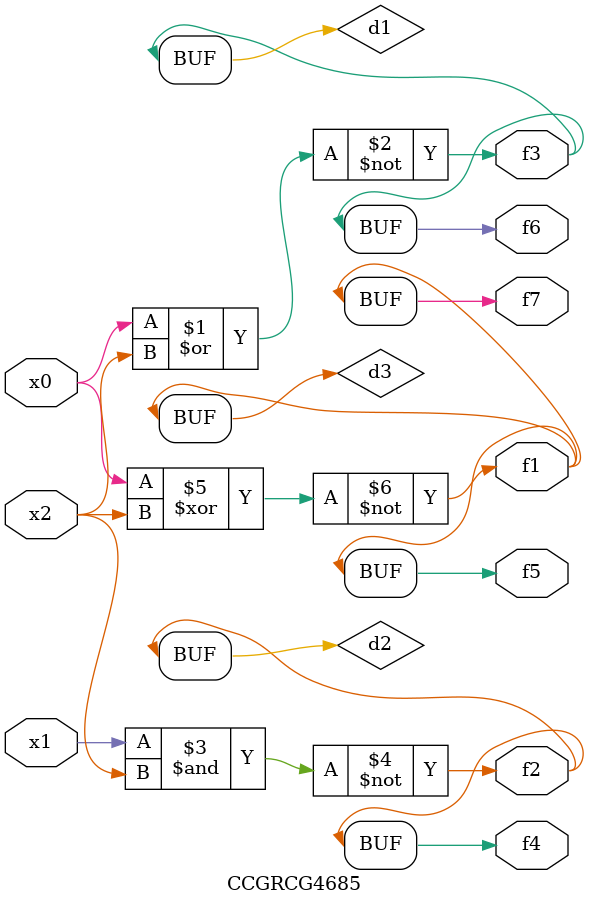
<source format=v>
module CCGRCG4685(
	input x0, x1, x2,
	output f1, f2, f3, f4, f5, f6, f7
);

	wire d1, d2, d3;

	nor (d1, x0, x2);
	nand (d2, x1, x2);
	xnor (d3, x0, x2);
	assign f1 = d3;
	assign f2 = d2;
	assign f3 = d1;
	assign f4 = d2;
	assign f5 = d3;
	assign f6 = d1;
	assign f7 = d3;
endmodule

</source>
